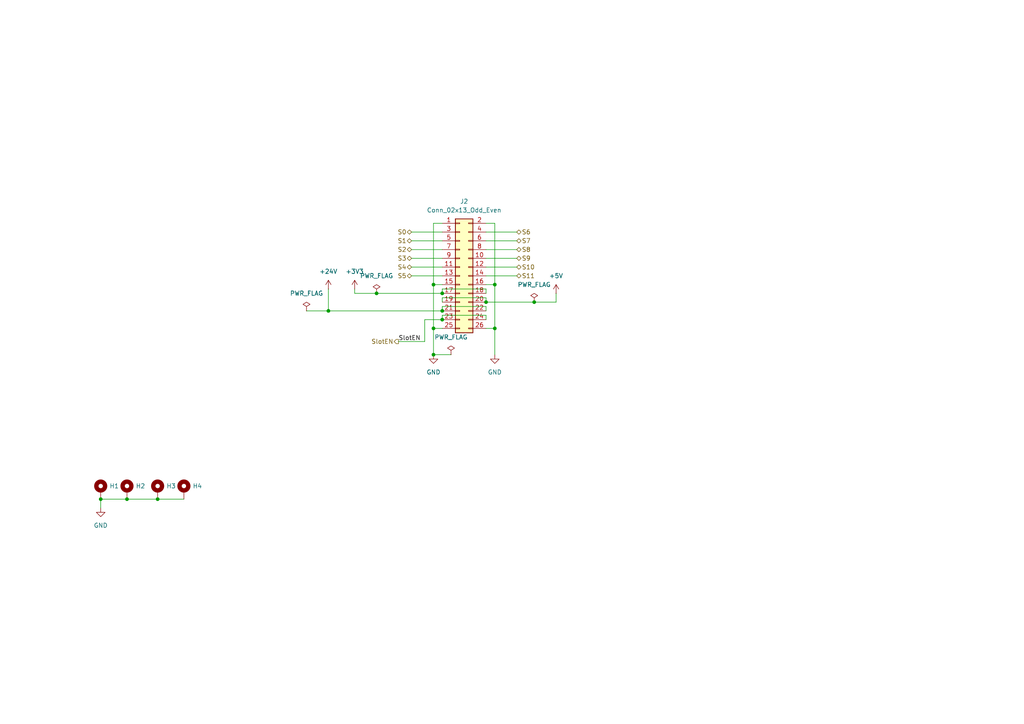
<source format=kicad_sch>
(kicad_sch (version 20231120) (generator "eeschema") (generator_version "8.0")
  (paper "A4")
  (lib_symbols
    (symbol "Connector_Generic:Conn_02x13_Odd_Even" (pin_names (offset 1.016) hide)
      (property "Reference" "J" (at 1.27 17.78 0))
      (property "Value" "Conn_02x13_Odd_Even" (at 1.27 -17.78 0))
      (symbol "Conn_02x13_Odd_Even_1_1"
        (rectangle (start -1.27 -15.113) (end 0 -15.367) (stroke (width 0.1524)))
        (rectangle (start -1.27 -12.573) (end 0 -12.827) (stroke (width 0.1524)))
        (rectangle (start -1.27 -10.033) (end 0 -10.287) (stroke (width 0.1524)))
        (rectangle (start -1.27 -7.493) (end 0 -7.747) (stroke (width 0.1524)))
        (rectangle (start -1.27 -4.953) (end 0 -5.207) (stroke (width 0.1524)))
        (rectangle (start -1.27 -2.413) (end 0 -2.667) (stroke (width 0.1524)))
        (rectangle (start -1.27 0.127) (end 0 -0.127) (stroke (width 0.1524)))
        (rectangle (start -1.27 2.667) (end 0 2.413) (stroke (width 0.1524)))
        (rectangle (start -1.27 5.207) (end 0 4.953) (stroke (width 0.1524)))
        (rectangle (start -1.27 7.747) (end 0 7.493) (stroke (width 0.1524)))
        (rectangle (start -1.27 10.287) (end 0 10.033) (stroke (width 0.1524)))
        (rectangle (start -1.27 12.827) (end 0 12.573) (stroke (width 0.1524)))
        (rectangle (start -1.27 15.367) (end 0 15.113) (stroke (width 0.1524)))
        (rectangle (start -1.27 16.51) (end 3.81 -16.51) (stroke (width 0.254)) (fill (type background)))
        (rectangle (start 3.81 -15.113) (end 2.54 -15.367) (stroke (width 0.1524)))
        (rectangle (start 3.81 -12.573) (end 2.54 -12.827) (stroke (width 0.1524)))
        (rectangle (start 3.81 -10.033) (end 2.54 -10.287) (stroke (width 0.1524)))
        (rectangle (start 3.81 -7.493) (end 2.54 -7.747) (stroke (width 0.1524)))
        (rectangle (start 3.81 -4.953) (end 2.54 -5.207) (stroke (width 0.1524)))
        (rectangle (start 3.81 -2.413) (end 2.54 -2.667) (stroke (width 0.1524)))
        (rectangle (start 3.81 0.127) (end 2.54 -0.127) (stroke (width 0.1524)))
        (rectangle (start 3.81 2.667) (end 2.54 2.413) (stroke (width 0.1524)))
        (rectangle (start 3.81 5.207) (end 2.54 4.953) (stroke (width 0.1524)))
        (rectangle (start 3.81 7.747) (end 2.54 7.493) (stroke (width 0.1524)))
        (rectangle (start 3.81 10.287) (end 2.54 10.033) (stroke (width 0.1524)))
        (rectangle (start 3.81 12.827) (end 2.54 12.573) (stroke (width 0.1524)))
        (rectangle (start 3.81 15.367) (end 2.54 15.113) (stroke (width 0.1524)))
        (pin passive line (at -5.08 15.24 0) (length 3.81) (name "Pin_1") (number "1"))
        (pin passive line (at 7.62 5.08 180) (length 3.81) (name "Pin_10") (number "10"))
        (pin passive line (at -5.08 2.54 0) (length 3.81) (name "Pin_11") (number "11"))
        (pin passive line (at 7.62 2.54 180) (length 3.81) (name "Pin_12") (number "12"))
        (pin passive line (at -5.08 0 0) (length 3.81) (name "Pin_13") (number "13"))
        (pin passive line (at 7.62 0 180) (length 3.81) (name "Pin_14") (number "14"))
        (pin passive line (at -5.08 -2.54 0) (length 3.81) (name "Pin_15") (number "15"))
        (pin passive line (at 7.62 -2.54 180) (length 3.81) (name "Pin_16") (number "16"))
        (pin passive line (at -5.08 -5.08 0) (length 3.81) (name "Pin_17") (number "17"))
        (pin passive line (at 7.62 -5.08 180) (length 3.81) (name "Pin_18") (number "18"))
        (pin passive line (at -5.08 -7.62 0) (length 3.81) (name "Pin_19") (number "19"))
        (pin passive line (at 7.62 15.24 180) (length 3.81) (name "Pin_2") (number "2"))
        (pin passive line (at 7.62 -7.62 180) (length 3.81) (name "Pin_20") (number "20"))
        (pin passive line (at -5.08 -10.16 0) (length 3.81) (name "Pin_21") (number "21"))
        (pin passive line (at 7.62 -10.16 180) (length 3.81) (name "Pin_22") (number "22"))
        (pin passive line (at -5.08 -12.7 0) (length 3.81) (name "Pin_23") (number "23"))
        (pin passive line (at 7.62 -12.7 180) (length 3.81) (name "Pin_24") (number "24"))
        (pin passive line (at -5.08 -15.24 0) (length 3.81) (name "Pin_25") (number "25"))
        (pin passive line (at 7.62 -15.24 180) (length 3.81) (name "Pin_26") (number "26"))
        (pin passive line (at -5.08 12.7 0) (length 3.81) (name "Pin_3") (number "3"))
        (pin passive line (at 7.62 12.7 180) (length 3.81) (name "Pin_4") (number "4"))
        (pin passive line (at -5.08 10.16 0) (length 3.81) (name "Pin_5") (number "5"))
        (pin passive line (at 7.62 10.16 180) (length 3.81) (name "Pin_6") (number "6"))
        (pin passive line (at -5.08 7.62 0) (length 3.81) (name "Pin_7") (number "7"))
        (pin passive line (at 7.62 7.62 180) (length 3.81) (name "Pin_8") (number "8"))
        (pin passive line (at -5.08 5.08 0) (length 3.81) (name "Pin_9") (number "9"))
      )
    )
    (symbol "hadv-mechanical:MH_3.2mm" (pin_numbers hide) (pin_names (offset 1.016) hide) (in_bom no)
      (property "Reference" "H" (at 0 6.985 0))
      (symbol "MH_3.2mm_0_1"
        (circle (center 0 3.81) (radius 1.27) (stroke (width 1.27)))
      )
      (symbol "MH_3.2mm_1_1"
        (pin input line (at 0 0 90) (length 2.54) (name "1") (number "1"))
      )
    )
    (symbol "power:+24V" (power) (pin_numbers hide) (pin_names (offset 0) hide)
      (property "Value" "+24V" (at 0 3.556 0))
      (symbol "+24V_0_1"
        (polyline (pts (xy -0.762 1.27) (xy 0 2.54)))
        (polyline (pts (xy 0 0) (xy 0 2.54)))
        (polyline (pts (xy 0 2.54) (xy 0.762 1.27)))
      )
      (symbol "+24V_1_1"
        (pin power_in line (at 0 0 90) (length 0) (name "~") (number "1"))
      )
    )
    (symbol "power:+3V3" (power) (pin_numbers hide) (pin_names (offset 0) hide)
      (property "Value" "+3V3" (at 0 3.556 0))
      (symbol "+3V3_0_1"
        (polyline (pts (xy -0.762 1.27) (xy 0 2.54)))
        (polyline (pts (xy 0 0) (xy 0 2.54)))
        (polyline (pts (xy 0 2.54) (xy 0.762 1.27)))
      )
      (symbol "+3V3_1_1"
        (pin power_in line (at 0 0 90) (length 0) (name "~") (number "1"))
      )
    )
    (symbol "power:+5V" (power) (pin_numbers hide) (pin_names (offset 0) hide)
      (property "Value" "+5V" (at 0 3.556 0))
      (symbol "+5V_0_1"
        (polyline (pts (xy -0.762 1.27) (xy 0 2.54)))
        (polyline (pts (xy 0 0) (xy 0 2.54)))
        (polyline (pts (xy 0 2.54) (xy 0.762 1.27)))
      )
      (symbol "+5V_1_1"
        (pin power_in line (at 0 0 90) (length 0) (name "~") (number "1"))
      )
    )
    (symbol "power:GND" (power) (pin_numbers hide) (pin_names (offset 0) hide)
      (property "Value" "GND" (at 0 -3.81 0))
      (symbol "GND_0_1"
        (polyline (pts (xy 0 0) (xy 0 -1.27) (xy 1.27 -1.27) (xy 0 -2.54) (xy -1.27 -1.27) (xy 0 -1.27)))
      )
      (symbol "GND_1_1"
        (pin power_in line (at 0 0 270) (length 0) (name "~") (number "1"))
      )
    )
    (symbol "power:PWR_FLAG" (power) (pin_numbers hide) (pin_names (offset 0) hide)
      (property "Value" "PWR_FLAG" (at 0 3.81 0))
      (symbol "PWR_FLAG_0_0"
        (pin power_out line (at 0 0 90) (length 0) (name "~") (number "1"))
      )
      (symbol "PWR_FLAG_0_1"
        (polyline (pts (xy 0 0) (xy 0 1.27) (xy -1.016 1.905) (xy 0 2.54) (xy 1.016 1.905) (xy 0 1.27)))
      )
    )
  )
  (junction (at 154.94 87.63))
  (junction (at 125.73 95.25))
  (junction (at 109.22 85.09))
  (junction (at 140.97 87.63))
  (junction (at 95.25 90.17))
  (junction (at 143.51 95.25))
  (junction (at 143.51 82.55))
  (junction (at 128.27 85.09))
  (junction (at 29.21 144.78))
  (junction (at 128.27 92.71))
  (junction (at 125.73 102.87))
  (junction (at 36.83 144.78))
  (junction (at 45.72 144.78))
  (junction (at 125.73 82.55))
  (junction (at 128.27 90.17))
  (wire (pts (xy 36.83 144.78) (xy 45.72 144.78)))
  (wire (pts (xy 140.97 67.31) (xy 149.86 67.31)))
  (wire (pts (xy 140.97 83.82) (xy 140.97 85.09)))
  (wire (pts (xy 123.19 92.71) (xy 123.19 99.06)))
  (wire (pts (xy 143.51 64.77) (xy 143.51 82.55)))
  (wire (pts (xy 95.25 90.17) (xy 128.27 90.17)))
  (wire (pts (xy 95.25 83.82) (xy 95.25 90.17)))
  (wire (pts (xy 125.73 64.77) (xy 125.73 82.55)))
  (wire (pts (xy 125.73 64.77) (xy 128.27 64.77)))
  (wire (pts (xy 125.73 102.87) (xy 130.81 102.87)))
  (wire (pts (xy 125.73 82.55) (xy 128.27 82.55)))
  (wire (pts (xy 45.72 144.78) (xy 53.34 144.78)))
  (wire (pts (xy 154.94 87.63) (xy 161.29 87.63)))
  (wire (pts (xy 140.97 95.25) (xy 143.51 95.25)))
  (wire (pts (xy 140.97 72.39) (xy 149.86 72.39)))
  (wire (pts (xy 88.9 90.17) (xy 95.25 90.17)))
  (wire (pts (xy 143.51 64.77) (xy 140.97 64.77)))
  (wire (pts (xy 128.27 92.71) (xy 123.19 92.71)))
  (wire (pts (xy 140.97 69.85) (xy 149.86 69.85)))
  (wire (pts (xy 140.97 80.01) (xy 149.86 80.01)))
  (wire (pts (xy 119.38 74.93) (xy 128.27 74.93)))
  (wire (pts (xy 140.97 90.17) (xy 140.97 88.9)))
  (wire (pts (xy 119.38 80.01) (xy 128.27 80.01)))
  (wire (pts (xy 102.87 85.09) (xy 109.22 85.09)))
  (wire (pts (xy 29.21 144.78) (xy 29.21 147.32)))
  (wire (pts (xy 143.51 95.25) (xy 143.51 102.87)))
  (wire (pts (xy 140.97 86.36) (xy 128.27 86.36)))
  (wire (pts (xy 119.38 72.39) (xy 128.27 72.39)))
  (wire (pts (xy 140.97 87.63) (xy 154.94 87.63)))
  (wire (pts (xy 115.57 99.06) (xy 123.19 99.06)))
  (wire (pts (xy 109.22 85.09) (xy 128.27 85.09)))
  (wire (pts (xy 140.97 91.44) (xy 128.27 91.44)))
  (wire (pts (xy 128.27 88.9) (xy 128.27 90.17)))
  (wire (pts (xy 143.51 82.55) (xy 143.51 95.25)))
  (wire (pts (xy 125.73 95.25) (xy 125.73 102.87)))
  (wire (pts (xy 128.27 91.44) (xy 128.27 92.71)))
  (wire (pts (xy 140.97 82.55) (xy 143.51 82.55)))
  (wire (pts (xy 119.38 69.85) (xy 128.27 69.85)))
  (wire (pts (xy 128.27 83.82) (xy 128.27 85.09)))
  (wire (pts (xy 119.38 77.47) (xy 128.27 77.47)))
  (wire (pts (xy 140.97 88.9) (xy 128.27 88.9)))
  (wire (pts (xy 140.97 87.63) (xy 140.97 86.36)))
  (wire (pts (xy 119.38 67.31) (xy 128.27 67.31)))
  (wire (pts (xy 29.21 144.78) (xy 36.83 144.78)))
  (wire (pts (xy 125.73 95.25) (xy 128.27 95.25)))
  (wire (pts (xy 128.27 83.82) (xy 140.97 83.82)))
  (wire (pts (xy 125.73 82.55) (xy 125.73 95.25)))
  (wire (pts (xy 128.27 86.36) (xy 128.27 87.63)))
  (wire (pts (xy 161.29 85.09) (xy 161.29 87.63)))
  (wire (pts (xy 140.97 92.71) (xy 140.97 91.44)))
  (wire (pts (xy 140.97 74.93) (xy 149.86 74.93)))
  (wire (pts (xy 102.87 83.82) (xy 102.87 85.09)))
  (wire (pts (xy 140.97 77.47) (xy 149.86 77.47)))
  (label "SlotEN" (at 115.57 99.06 0))
  (hierarchical_label "S9" (shape bidirectional) (at 149.86 74.93 0))
  (hierarchical_label "S8" (shape bidirectional) (at 149.86 72.39 0))
  (hierarchical_label "SlotEN" (shape output) (at 115.57 99.06 180))
  (hierarchical_label "S6" (shape bidirectional) (at 149.86 67.31 0))
  (hierarchical_label "S1" (shape bidirectional) (at 119.38 69.85 180))
  (hierarchical_label "S4" (shape bidirectional) (at 119.38 77.47 180))
  (hierarchical_label "S2" (shape bidirectional) (at 119.38 72.39 180))
  (hierarchical_label "S5" (shape bidirectional) (at 119.38 80.01 180))
  (hierarchical_label "S7" (shape bidirectional) (at 149.86 69.85 0))
  (hierarchical_label "S11" (shape bidirectional) (at 149.86 80.01 0))
  (hierarchical_label "S3" (shape bidirectional) (at 119.38 74.93 180))
  (hierarchical_label "S10" (shape bidirectional) (at 149.86 77.47 0))
  (hierarchical_label "S0" (shape bidirectional) (at 119.38 67.31 180))
  (symbol (lib_id "Connector_Generic:Conn_02x13_Odd_Even") (at 133.35 80.01 0) (unit 1)
    (property "Reference" "J2" (at 134.62 58.42 0))
    (property "Value" "Conn_02x13_Odd_Even" (at 134.62 60.96 0))
    (property "Footprint" "Connector_PinHeader_2.54mm:PinHeader_2x13_P2.54mm_Horizontal" (effects (hide yes)))
    (property "Description" "Generic connector, double row, 02x13, odd/even pin numbering scheme (row 1 odd numbers, row 2 even numbers), script generated (kicad-library-utils/schlib/autogen/connector/)" (effects (hide yes)))
  )
  (symbol (lib_id "power:+3V3") (at 102.87 83.82 0) (unit 1)
    (property "Reference" "#PWR027" (effects (hide yes)))
    (property "Value" "+3V3" (at 102.87 78.74 0))
    (property "Description" "Power symbol creates a global label with name \"+3V3\"" (effects (hide yes)))
  )
  (symbol (lib_id "power:PWR_FLAG") (at 109.22 85.09 0) (unit 1)
    (property "Reference" "#FLG02" (effects (hide yes)))
    (property "Value" "PWR_FLAG" (at 109.22 80.01 0))
    (property "Description" "Special symbol for telling ERC where power comes from" (effects (hide yes)))
  )
  (symbol (lib_id "power:GND") (at 143.51 102.87 0) (unit 1)
    (property "Reference" "#PWR029" (effects (hide yes)))
    (property "Value" "GND" (at 143.51 107.95 0))
    (property "Description" "Power symbol creates a global label with name \"GND\" , ground" (effects (hide yes)))
  )
  (symbol (lib_id "power:GND") (at 29.21 147.32 0) (unit 1)
    (property "Reference" "#PWR025" (effects (hide yes)))
    (property "Value" "GND" (at 29.21 152.4 0))
    (property "Description" "Power symbol creates a global label with name \"GND\" , ground" (effects (hide yes)))
  )
  (symbol (lib_id "power:PWR_FLAG") (at 154.94 87.63 0) (unit 1)
    (property "Reference" "#FLG04" (effects (hide yes)))
    (property "Value" "PWR_FLAG" (at 154.94 82.55 0))
    (property "Description" "Special symbol for telling ERC where power comes from" (effects (hide yes)))
  )
  (symbol (lib_id "hadv-mechanical:MH_3.2mm") (at 36.83 144.78 0) (unit 1) (in_bom no)
    (property "Reference" "H2" (at 39.37 140.9699 0) (effects (justify left)))
    (property "Value" "MH_3.2mm" (effects (hide yes)))
    (property "Footprint" "MountingHole:MountingHole_3.2mm_M3_Pad_Via" (effects (hide yes)))
    (property "Description" "Mounting Hole with pad for M3 bolt" (effects (hide yes)))
  )
  (symbol (lib_id "hadv-mechanical:MH_3.2mm") (at 45.72 144.78 0) (unit 1) (in_bom no)
    (property "Reference" "H3" (at 48.26 140.9699 0) (effects (justify left)))
    (property "Value" "MH_3.2mm" (effects (hide yes)))
    (property "Footprint" "MountingHole:MountingHole_3.2mm_M3_Pad_Via" (effects (hide yes)))
    (property "Description" "Mounting Hole with pad for M3 bolt" (effects (hide yes)))
  )
  (symbol (lib_id "power:+24V") (at 95.25 83.82 0) (unit 1)
    (property "Reference" "#PWR026" (effects (hide yes)))
    (property "Value" "+24V" (at 95.25 78.74 0))
    (property "Description" "Power symbol creates a global label with name \"+24V\"" (effects (hide yes)))
  )
  (symbol (lib_id "power:GND") (at 125.73 102.87 0) (unit 1)
    (property "Reference" "#PWR028" (effects (hide yes)))
    (property "Value" "GND" (at 125.73 107.95 0))
    (property "Description" "Power symbol creates a global label with name \"GND\" , ground" (effects (hide yes)))
  )
  (symbol (lib_id "power:PWR_FLAG") (at 130.81 102.87 0) (unit 1)
    (property "Reference" "#FLG03" (effects (hide yes)))
    (property "Value" "PWR_FLAG" (at 130.81 97.79 0))
    (property "Description" "Special symbol for telling ERC where power comes from" (effects (hide yes)))
  )
  (symbol (lib_id "hadv-mechanical:MH_3.2mm") (at 53.34 144.78 0) (unit 1) (in_bom no)
    (property "Reference" "H4" (at 55.88 140.9699 0) (effects (justify left)))
    (property "Value" "MH_3.2mm" (effects (hide yes)))
    (property "Footprint" "MountingHole:MountingHole_3.2mm_M3_Pad_Via" (effects (hide yes)))
    (property "Description" "Mounting Hole with pad for M3 bolt" (effects (hide yes)))
  )
  (symbol (lib_id "hadv-mechanical:MH_3.2mm") (at 29.21 144.78 0) (unit 1) (in_bom no)
    (property "Reference" "H1" (at 31.75 140.9699 0) (effects (justify left)))
    (property "Value" "MH_3.2mm" (effects (hide yes)))
    (property "Footprint" "MountingHole:MountingHole_3.2mm_M3_Pad_Via" (effects (hide yes)))
    (property "Description" "Mounting Hole with pad for M3 bolt" (effects (hide yes)))
  )
  (symbol (lib_id "power:+5V") (at 161.29 85.09 0) (unit 1)
    (property "Reference" "#PWR030" (effects (hide yes)))
    (property "Value" "+5V" (at 161.29 80.01 0))
    (property "Description" "Power symbol creates a global label with name \"+5V\"" (effects (hide yes)))
  )
  (symbol (lib_id "power:PWR_FLAG") (at 88.9 90.17 0) (unit 1)
    (property "Reference" "#FLG01" (effects (hide yes)))
    (property "Value" "PWR_FLAG" (at 88.9 85.09 0))
    (property "Description" "Special symbol for telling ERC where power comes from" (effects (hide yes)))
  )
)
</source>
